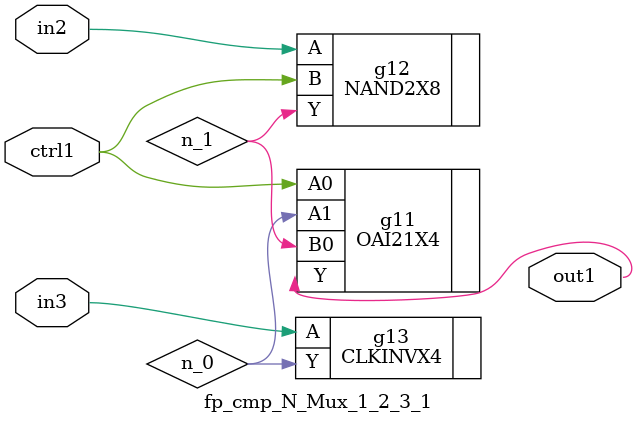
<source format=v>
`timescale 1ps / 1ps


module fp_cmp_N_Mux_1_2_3_1(in3, in2, ctrl1, out1);
  input in3, in2, ctrl1;
  output out1;
  wire in3, in2, ctrl1;
  wire out1;
  wire n_0, n_1;
  OAI21X4 g11(.A0 (ctrl1), .A1 (n_0), .B0 (n_1), .Y (out1));
  NAND2X8 g12(.A (in2), .B (ctrl1), .Y (n_1));
  CLKINVX4 g13(.A (in3), .Y (n_0));
endmodule



</source>
